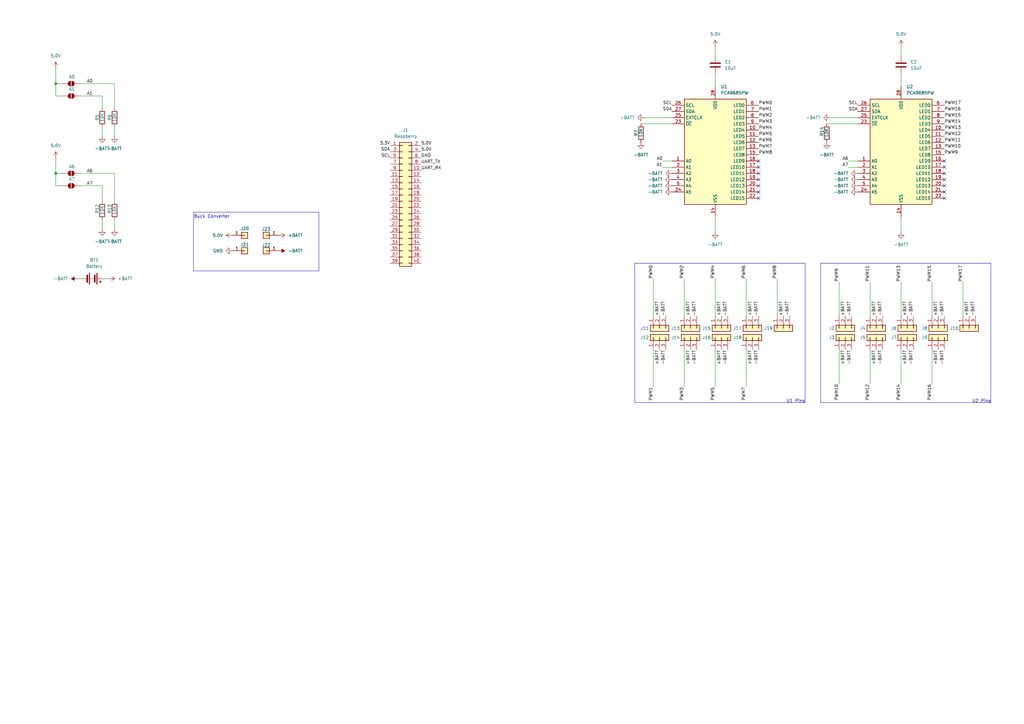
<source format=kicad_sch>
(kicad_sch (version 20231120) (generator "eeschema") (generator_version "8.0")
  (paper "A3")
  (lib_symbols
    (symbol "Conn_01x01_1" (pin_names (offset 1.016) hide)
      (property "Reference" "J" (at 0 2.54 0))
      (property "Value" "Conn_01x01" (at 0 -2.54 0))
      (symbol "Conn_01x01_1_1_1"
        (rectangle (start -1.27 0.127) (end 0 -0.127) (stroke (width 0.1524)))
        (rectangle (start -1.27 1.27) (end 1.27 -1.27) (stroke (width 0.254)) (fill (type background)))
        (pin passive line (at -5.08 0 0) (length 3.81) (name "Pin_1") (number "1"))
      )
    )
    (symbol "Conn_01x03_1" (pin_names (offset 1.016) hide)
      (property "Reference" "J" (at 0 5.08 0))
      (property "Value" "Conn_01x03" (at 0 -5.08 0))
      (symbol "Conn_01x03_1_1_1"
        (rectangle (start -1.27 -2.413) (end 0 -2.667) (stroke (width 0.1524)))
        (rectangle (start -1.27 0.127) (end 0 -0.127) (stroke (width 0.1524)))
        (rectangle (start -1.27 2.667) (end 0 2.413) (stroke (width 0.1524)))
        (rectangle (start -1.27 3.81) (end 1.27 -3.81) (stroke (width 0.254)) (fill (type background)))
        (pin passive line (at -5.08 2.54 0) (length 3.81) (name "Pin_1") (number "1"))
        (pin passive line (at -5.08 0 0) (length 3.81) (name "Pin_2") (number "2"))
        (pin passive line (at -5.08 -2.54 0) (length 3.81) (name "Pin_3") (number "3"))
      )
    )
    (symbol "Connector_Generic:Conn_01x01" (pin_names (offset 1.016) hide)
      (property "Reference" "J" (at 0 2.54 0))
      (property "Value" "Conn_01x01" (at 0 -2.54 0))
      (symbol "Conn_01x01_1_1"
        (rectangle (start -1.27 0.127) (end 0 -0.127) (stroke (width 0.1524)))
        (rectangle (start -1.27 1.27) (end 1.27 -1.27) (stroke (width 0.254)) (fill (type background)))
        (pin passive line (at -5.08 0 0) (length 3.81) (name "Pin_1") (number "1"))
      )
    )
    (symbol "Connector_Generic:Conn_01x03" (pin_names (offset 1.016) hide)
      (property "Reference" "J" (at 0 5.08 0))
      (property "Value" "Conn_01x03" (at 0 -5.08 0))
      (symbol "Conn_01x03_1_1"
        (rectangle (start -1.27 -2.413) (end 0 -2.667) (stroke (width 0.1524)))
        (rectangle (start -1.27 0.127) (end 0 -0.127) (stroke (width 0.1524)))
        (rectangle (start -1.27 2.667) (end 0 2.413) (stroke (width 0.1524)))
        (rectangle (start -1.27 3.81) (end 1.27 -3.81) (stroke (width 0.254)) (fill (type background)))
        (pin passive line (at -5.08 2.54 0) (length 3.81) (name "Pin_1") (number "1"))
        (pin passive line (at -5.08 0 0) (length 3.81) (name "Pin_2") (number "2"))
        (pin passive line (at -5.08 -2.54 0) (length 3.81) (name "Pin_3") (number "3"))
      )
    )
    (symbol "Connector_Generic:Conn_02x20_Odd_Even" (pin_names (offset 1.016) hide)
      (property "Reference" "J" (at 1.27 25.4 0))
      (property "Value" "Conn_02x20_Odd_Even" (at 1.27 -27.94 0))
      (symbol "Conn_02x20_Odd_Even_1_1"
        (rectangle (start -1.27 -25.273) (end 0 -25.527) (stroke (width 0.1524)))
        (rectangle (start -1.27 -22.733) (end 0 -22.987) (stroke (width 0.1524)))
        (rectangle (start -1.27 -20.193) (end 0 -20.447) (stroke (width 0.1524)))
        (rectangle (start -1.27 -17.653) (end 0 -17.907) (stroke (width 0.1524)))
        (rectangle (start -1.27 -15.113) (end 0 -15.367) (stroke (width 0.1524)))
        (rectangle (start -1.27 -12.573) (end 0 -12.827) (stroke (width 0.1524)))
        (rectangle (start -1.27 -10.033) (end 0 -10.287) (stroke (width 0.1524)))
        (rectangle (start -1.27 -7.493) (end 0 -7.747) (stroke (width 0.1524)))
        (rectangle (start -1.27 -4.953) (end 0 -5.207) (stroke (width 0.1524)))
        (rectangle (start -1.27 -2.413) (end 0 -2.667) (stroke (width 0.1524)))
        (rectangle (start -1.27 0.127) (end 0 -0.127) (stroke (width 0.1524)))
        (rectangle (start -1.27 2.667) (end 0 2.413) (stroke (width 0.1524)))
        (rectangle (start -1.27 5.207) (end 0 4.953) (stroke (width 0.1524)))
        (rectangle (start -1.27 7.747) (end 0 7.493) (stroke (width 0.1524)))
        (rectangle (start -1.27 10.287) (end 0 10.033) (stroke (width 0.1524)))
        (rectangle (start -1.27 12.827) (end 0 12.573) (stroke (width 0.1524)))
        (rectangle (start -1.27 15.367) (end 0 15.113) (stroke (width 0.1524)))
        (rectangle (start -1.27 17.907) (end 0 17.653) (stroke (width 0.1524)))
        (rectangle (start -1.27 20.447) (end 0 20.193) (stroke (width 0.1524)))
        (rectangle (start -1.27 22.987) (end 0 22.733) (stroke (width 0.1524)))
        (rectangle (start -1.27 24.13) (end 3.81 -26.67) (stroke (width 0.254)) (fill (type background)))
        (rectangle (start 3.81 -25.273) (end 2.54 -25.527) (stroke (width 0.1524)))
        (rectangle (start 3.81 -22.733) (end 2.54 -22.987) (stroke (width 0.1524)))
        (rectangle (start 3.81 -20.193) (end 2.54 -20.447) (stroke (width 0.1524)))
        (rectangle (start 3.81 -17.653) (end 2.54 -17.907) (stroke (width 0.1524)))
        (rectangle (start 3.81 -15.113) (end 2.54 -15.367) (stroke (width 0.1524)))
        (rectangle (start 3.81 -12.573) (end 2.54 -12.827) (stroke (width 0.1524)))
        (rectangle (start 3.81 -10.033) (end 2.54 -10.287) (stroke (width 0.1524)))
        (rectangle (start 3.81 -7.493) (end 2.54 -7.747) (stroke (width 0.1524)))
        (rectangle (start 3.81 -4.953) (end 2.54 -5.207) (stroke (width 0.1524)))
        (rectangle (start 3.81 -2.413) (end 2.54 -2.667) (stroke (width 0.1524)))
        (rectangle (start 3.81 0.127) (end 2.54 -0.127) (stroke (width 0.1524)))
        (rectangle (start 3.81 2.667) (end 2.54 2.413) (stroke (width 0.1524)))
        (rectangle (start 3.81 5.207) (end 2.54 4.953) (stroke (width 0.1524)))
        (rectangle (start 3.81 7.747) (end 2.54 7.493) (stroke (width 0.1524)))
        (rectangle (start 3.81 10.287) (end 2.54 10.033) (stroke (width 0.1524)))
        (rectangle (start 3.81 12.827) (end 2.54 12.573) (stroke (width 0.1524)))
        (rectangle (start 3.81 15.367) (end 2.54 15.113) (stroke (width 0.1524)))
        (rectangle (start 3.81 17.907) (end 2.54 17.653) (stroke (width 0.1524)))
        (rectangle (start 3.81 20.447) (end 2.54 20.193) (stroke (width 0.1524)))
        (rectangle (start 3.81 22.987) (end 2.54 22.733) (stroke (width 0.1524)))
        (pin passive line (at -5.08 22.86 0) (length 3.81) (name "Pin_1") (number "1"))
        (pin passive line (at 7.62 12.7 180) (length 3.81) (name "Pin_10") (number "10"))
        (pin passive line (at -5.08 10.16 0) (length 3.81) (name "Pin_11") (number "11"))
        (pin passive line (at 7.62 10.16 180) (length 3.81) (name "Pin_12") (number "12"))
        (pin passive line (at -5.08 7.62 0) (length 3.81) (name "Pin_13") (number "13"))
        (pin passive line (at 7.62 7.62 180) (length 3.81) (name "Pin_14") (number "14"))
        (pin passive line (at -5.08 5.08 0) (length 3.81) (name "Pin_15") (number "15"))
        (pin passive line (at 7.62 5.08 180) (length 3.81) (name "Pin_16") (number "16"))
        (pin passive line (at -5.08 2.54 0) (length 3.81) (name "Pin_17") (number "17"))
        (pin passive line (at 7.62 2.54 180) (length 3.81) (name "Pin_18") (number "18"))
        (pin passive line (at -5.08 0 0) (length 3.81) (name "Pin_19") (number "19"))
        (pin passive line (at 7.62 22.86 180) (length 3.81) (name "Pin_2") (number "2"))
        (pin passive line (at 7.62 0 180) (length 3.81) (name "Pin_20") (number "20"))
        (pin passive line (at -5.08 -2.54 0) (length 3.81) (name "Pin_21") (number "21"))
        (pin passive line (at 7.62 -2.54 180) (length 3.81) (name "Pin_22") (number "22"))
        (pin passive line (at -5.08 -5.08 0) (length 3.81) (name "Pin_23") (number "23"))
        (pin passive line (at 7.62 -5.08 180) (length 3.81) (name "Pin_24") (number "24"))
        (pin passive line (at -5.08 -7.62 0) (length 3.81) (name "Pin_25") (number "25"))
        (pin passive line (at 7.62 -7.62 180) (length 3.81) (name "Pin_26") (number "26"))
        (pin passive line (at -5.08 -10.16 0) (length 3.81) (name "Pin_27") (number "27"))
        (pin passive line (at 7.62 -10.16 180) (length 3.81) (name "Pin_28") (number "28"))
        (pin passive line (at -5.08 -12.7 0) (length 3.81) (name "Pin_29") (number "29"))
        (pin passive line (at -5.08 20.32 0) (length 3.81) (name "Pin_3") (number "3"))
        (pin passive line (at 7.62 -12.7 180) (length 3.81) (name "Pin_30") (number "30"))
        (pin passive line (at -5.08 -15.24 0) (length 3.81) (name "Pin_31") (number "31"))
        (pin passive line (at 7.62 -15.24 180) (length 3.81) (name "Pin_32") (number "32"))
        (pin passive line (at -5.08 -17.78 0) (length 3.81) (name "Pin_33") (number "33"))
        (pin passive line (at 7.62 -17.78 180) (length 3.81) (name "Pin_34") (number "34"))
        (pin passive line (at -5.08 -20.32 0) (length 3.81) (name "Pin_35") (number "35"))
        (pin passive line (at 7.62 -20.32 180) (length 3.81) (name "Pin_36") (number "36"))
        (pin passive line (at -5.08 -22.86 0) (length 3.81) (name "Pin_37") (number "37"))
        (pin passive line (at 7.62 -22.86 180) (length 3.81) (name "Pin_38") (number "38"))
        (pin passive line (at -5.08 -25.4 0) (length 3.81) (name "Pin_39") (number "39"))
        (pin passive line (at 7.62 20.32 180) (length 3.81) (name "Pin_4") (number "4"))
        (pin passive line (at 7.62 -25.4 180) (length 3.81) (name "Pin_40") (number "40"))
        (pin passive line (at -5.08 17.78 0) (length 3.81) (name "Pin_5") (number "5"))
        (pin passive line (at 7.62 17.78 180) (length 3.81) (name "Pin_6") (number "6"))
        (pin passive line (at -5.08 15.24 0) (length 3.81) (name "Pin_7") (number "7"))
        (pin passive line (at 7.62 15.24 180) (length 3.81) (name "Pin_8") (number "8"))
        (pin passive line (at -5.08 12.7 0) (length 3.81) (name "Pin_9") (number "9"))
      )
    )
    (symbol "Device:Battery" (pin_numbers hide) (pin_names (offset 0) hide)
      (property "Reference" "BT" (at 2.54 2.54 0))
      (property "Value" "Battery" (at 2.54 0 0))
      (symbol "Battery_0_1"
        (rectangle (start -2.286 -1.27) (end 2.286 -1.524) (fill (type outline)))
        (rectangle (start -2.286 1.778) (end 2.286 1.524) (fill (type outline)))
        (rectangle (start -1.524 -2.032) (end 1.524 -2.54) (fill (type outline)))
        (rectangle (start -1.524 1.016) (end 1.524 0.508) (fill (type outline)))
        (polyline (pts (xy 0 -1.016) (xy 0 -0.762)))
        (polyline (pts (xy 0 -0.508) (xy 0 -0.254)))
        (polyline (pts (xy 0 0) (xy 0 0.254)))
        (polyline (pts (xy 0 1.778) (xy 0 2.54)))
        (polyline (pts (xy 0.762 3.048) (xy 1.778 3.048)) (stroke (width 0.254)))
        (polyline (pts (xy 1.27 3.556) (xy 1.27 2.54)) (stroke (width 0.254)))
      )
      (symbol "Battery_1_1"
        (pin passive line (at 0 5.08 270) (length 2.54) (name "+") (number "1"))
        (pin passive line (at 0 -5.08 90) (length 2.54) (name "-") (number "2"))
      )
    )
    (symbol "Device:C" (pin_numbers hide) (pin_names (offset 0.254))
      (property "Reference" "C" (at 0.635 2.54 0))
      (property "Value" "C" (at 0.635 -2.54 0))
      (symbol "C_0_1"
        (polyline (pts (xy -2.032 -0.762) (xy 2.032 -0.762)) (stroke (width 0.508)))
        (polyline (pts (xy -2.032 0.762) (xy 2.032 0.762)) (stroke (width 0.508)))
      )
      (symbol "C_1_1"
        (pin passive line (at 0 3.81 270) (length 2.794) (name "~") (number "1"))
        (pin passive line (at 0 -3.81 90) (length 2.794) (name "~") (number "2"))
      )
    )
    (symbol "Device:R" (pin_numbers hide) (pin_names (offset 0))
      (property "Reference" "R" (at 2.032 0 90))
      (property "Value" "R" (at 0 0 90))
      (symbol "R_0_1"
        (rectangle (start -1.016 -2.54) (end 1.016 2.54) (stroke (width 0.254)))
      )
      (symbol "R_1_1"
        (pin passive line (at 0 3.81 270) (length 1.27) (name "~") (number "1"))
        (pin passive line (at 0 -3.81 90) (length 1.27) (name "~") (number "2"))
      )
    )
    (symbol "Driver_LED:PCA9685PW"
      (property "Reference" "U" (at -12.7 22.225 0))
      (property "Value" "PCA9685PW" (at 1.27 22.225 0))
      (symbol "PCA9685PW_0_1"
        (rectangle (start -12.7 20.32) (end 12.7 -22.86) (stroke (width 0.254)) (fill (type background)))
      )
      (symbol "PCA9685PW_1_1"
        (pin input line (at -17.78 -5.08 0) (length 5.08) (name "A0") (number "1"))
        (pin output line (at 17.78 7.62 180) (length 5.08) (name "LED4") (number "10"))
        (pin output line (at 17.78 5.08 180) (length 5.08) (name "LED5") (number "11"))
        (pin output line (at 17.78 2.54 180) (length 5.08) (name "LED6") (number "12"))
        (pin output line (at 17.78 0 180) (length 5.08) (name "LED7") (number "13"))
        (pin power_in line (at 0 -27.94 90) (length 5.08) (name "VSS") (number "14"))
        (pin output line (at 17.78 -2.54 180) (length 5.08) (name "LED8") (number "15"))
        (pin output line (at 17.78 -5.08 180) (length 5.08) (name "LED9") (number "16"))
        (pin output line (at 17.78 -7.62 180) (length 5.08) (name "LED10") (number "17"))
        (pin output line (at 17.78 -10.16 180) (length 5.08) (name "LED11") (number "18"))
        (pin output line (at 17.78 -12.7 180) (length 5.08) (name "LED12") (number "19"))
        (pin input line (at -17.78 -7.62 0) (length 5.08) (name "A1") (number "2"))
        (pin output line (at 17.78 -15.24 180) (length 5.08) (name "LED13") (number "20"))
        (pin output line (at 17.78 -17.78 180) (length 5.08) (name "LED14") (number "21"))
        (pin output line (at 17.78 -20.32 180) (length 5.08) (name "LED15") (number "22"))
        (pin input line (at -17.78 10.16 0) (length 5.08) (name "~{OE}") (number "23"))
        (pin input line (at -17.78 -17.78 0) (length 5.08) (name "A5") (number "24"))
        (pin input line (at -17.78 12.7 0) (length 5.08) (name "EXTCLK") (number "25"))
        (pin input line (at -17.78 17.78 0) (length 5.08) (name "SCL") (number "26"))
        (pin bidirectional line (at -17.78 15.24 0) (length 5.08) (name "SDA") (number "27"))
        (pin power_in line (at 0 25.4 270) (length 5.08) (name "VDD") (number "28"))
        (pin input line (at -17.78 -10.16 0) (length 5.08) (name "A2") (number "3"))
        (pin input line (at -17.78 -12.7 0) (length 5.08) (name "A3") (number "4"))
        (pin input line (at -17.78 -15.24 0) (length 5.08) (name "A4") (number "5"))
        (pin output line (at 17.78 17.78 180) (length 5.08) (name "LED0") (number "6"))
        (pin output line (at 17.78 15.24 180) (length 5.08) (name "LED1") (number "7"))
        (pin output line (at 17.78 12.7 180) (length 5.08) (name "LED2") (number "8"))
        (pin output line (at 17.78 10.16 180) (length 5.08) (name "LED3") (number "9"))
      )
    )
    (symbol "Jumper:SolderJumper_2_Open" (pin_numbers hide) (pin_names (offset 0) hide) (exclude_from_sim yes) (in_bom no)
      (property "Reference" "JP" (at 0 2.032 0))
      (property "Value" "SolderJumper_2_Open" (at 0 -2.54 0))
      (symbol "SolderJumper_2_Open_0_1"
        (arc (start -0.254 1.016) (mid -1.2656 0) (end -0.254 -1.016))
        (arc (start -0.254 1.016) (mid -1.2656 0) (end -0.254 -1.016) (fill (type outline)))
        (polyline (pts (xy -0.254 1.016) (xy -0.254 -1.016)))
        (polyline (pts (xy 0.254 1.016) (xy 0.254 -1.016)))
        (arc (start 0.254 -1.016) (mid 1.2656 0) (end 0.254 1.016))
        (arc (start 0.254 -1.016) (mid 1.2656 0) (end 0.254 1.016) (fill (type outline)))
      )
      (symbol "SolderJumper_2_Open_1_1"
        (pin passive line (at -3.81 0 0) (length 2.54) (name "A") (number "1"))
        (pin passive line (at 3.81 0 180) (length 2.54) (name "B") (number "2"))
      )
    )
    (symbol "power:+BATT" (power) (pin_numbers hide) (pin_names (offset 0) hide)
      (property "Value" "+BATT" (at 0 3.556 0))
      (symbol "+BATT_0_1"
        (polyline (pts (xy -0.762 1.27) (xy 0 2.54)))
        (polyline (pts (xy 0 0) (xy 0 2.54)))
        (polyline (pts (xy 0 2.54) (xy 0.762 1.27)))
      )
      (symbol "+BATT_1_1"
        (pin power_in line (at 0 0 90) (length 0) (name "~") (number "1"))
      )
    )
    (symbol "power:-BATT" (power) (pin_numbers hide) (pin_names (offset 0) hide)
      (property "Value" "-BATT" (at 0 3.556 0))
      (symbol "-BATT_0_1"
        (polyline (pts (xy 0 0) (xy 0 2.54)))
        (polyline (pts (xy 0.762 1.27) (xy -0.762 1.27) (xy 0 2.54) (xy 0.762 1.27)) (fill (type outline)))
      )
      (symbol "-BATT_1_1"
        (pin power_in line (at 0 0 90) (length 0) (name "~") (number "1"))
      )
    )
    (symbol "power:GND" (power) (pin_numbers hide) (pin_names (offset 0) hide)
      (property "Value" "GND" (at 0 -3.81 0))
      (symbol "GND_0_1"
        (polyline (pts (xy 0 0) (xy 0 -1.27) (xy 1.27 -1.27) (xy 0 -2.54) (xy -1.27 -1.27) (xy 0 -1.27)))
      )
      (symbol "GND_1_1"
        (pin power_in line (at 0 0 270) (length 0) (name "~") (number "1"))
      )
    )
    (symbol "power:VCC" (power) (pin_numbers hide) (pin_names (offset 0) hide)
      (property "Value" "VCC" (at 0 3.556 0))
      (symbol "VCC_0_1"
        (polyline (pts (xy -0.762 1.27) (xy 0 2.54)))
        (polyline (pts (xy 0 0) (xy 0 2.54)))
        (polyline (pts (xy 0 2.54) (xy 0.762 1.27)))
      )
      (symbol "VCC_1_1"
        (pin power_in line (at 0 0 90) (length 0) (name "~") (number "1"))
      )
    )
  )
  (junction (at 22.86 34.29))
  (junction (at 22.86 71.12))
  (no_connect (at 311.15 68.58))
  (no_connect (at 387.35 71.12))
  (no_connect (at 387.35 78.74))
  (no_connect (at 387.35 73.66))
  (no_connect (at 311.15 76.2))
  (no_connect (at 387.35 76.2))
  (no_connect (at 311.15 81.28))
  (no_connect (at 311.15 73.66))
  (no_connect (at 311.15 71.12))
  (no_connect (at 387.35 81.28))
  (no_connect (at 311.15 66.04))
  (no_connect (at 387.35 68.58))
  (no_connect (at 311.15 78.74))
  (no_connect (at 387.35 66.04))
  (wire (pts (xy 382.27 115.57) (xy 382.27 129.54)))
  (wire (pts (xy 41.91 39.37) (xy 41.91 44.45)))
  (wire (pts (xy 340.36 48.26) (xy 351.79 48.26)))
  (wire (pts (xy 22.86 39.37) (xy 25.4 39.37)))
  (wire (pts (xy 264.16 48.26) (xy 275.59 48.26)))
  (wire (pts (xy 31.75 114.3) (xy 33.02 114.3)))
  (wire (pts (xy 22.86 76.2) (xy 25.4 76.2)))
  (wire (pts (xy 369.57 22.86) (xy 369.57 19.05)))
  (wire (pts (xy 347.98 68.58) (xy 351.79 68.58)))
  (wire (pts (xy 356.87 143.51) (xy 356.87 157.48)))
  (wire (pts (xy 344.17 143.51) (xy 344.17 157.48)))
  (wire (pts (xy 293.37 22.86) (xy 293.37 19.05)))
  (wire (pts (xy 22.86 71.12) (xy 22.86 76.2)))
  (wire (pts (xy 306.07 143.51) (xy 306.07 158.75)))
  (wire (pts (xy 369.57 115.57) (xy 369.57 129.54)))
  (wire (pts (xy 280.67 143.51) (xy 280.67 158.75)))
  (wire (pts (xy 267.97 143.51) (xy 267.97 158.75)))
  (wire (pts (xy 262.89 50.8) (xy 275.59 50.8)))
  (wire (pts (xy 41.91 93.98) (xy 41.91 90.17)))
  (wire (pts (xy 293.37 114.3) (xy 293.37 129.54)))
  (wire (pts (xy 356.87 115.57) (xy 356.87 129.54)))
  (wire (pts (xy 46.99 71.12) (xy 46.99 82.55)))
  (wire (pts (xy 369.57 143.51) (xy 369.57 157.48)))
  (wire (pts (xy 271.78 68.58) (xy 275.59 68.58)))
  (wire (pts (xy 267.97 114.3) (xy 267.97 129.54)))
  (wire (pts (xy 306.07 114.3) (xy 306.07 129.54)))
  (wire (pts (xy 46.99 55.88) (xy 46.99 52.07)))
  (wire (pts (xy 46.99 34.29) (xy 46.99 44.45)))
  (wire (pts (xy 394.97 115.57) (xy 394.97 129.54)))
  (wire (pts (xy 33.02 71.12) (xy 46.99 71.12)))
  (wire (pts (xy 369.57 30.48) (xy 369.57 35.56)))
  (wire (pts (xy 339.09 50.8) (xy 351.79 50.8)))
  (wire (pts (xy 344.17 115.57) (xy 344.17 129.54)))
  (wire (pts (xy 280.67 114.3) (xy 280.67 129.54)))
  (wire (pts (xy 33.02 39.37) (xy 41.91 39.37)))
  (wire (pts (xy 46.99 93.98) (xy 46.99 90.17)))
  (wire (pts (xy 318.77 114.3) (xy 318.77 129.54)))
  (wire (pts (xy 271.78 66.04) (xy 275.59 66.04)))
  (wire (pts (xy 33.02 34.29) (xy 46.99 34.29)))
  (wire (pts (xy 33.02 76.2) (xy 41.91 76.2)))
  (wire (pts (xy 22.86 71.12) (xy 25.4 71.12)))
  (wire (pts (xy 293.37 88.9) (xy 293.37 95.25)))
  (wire (pts (xy 293.37 30.48) (xy 293.37 35.56)))
  (wire (pts (xy 22.86 64.77) (xy 22.86 71.12)))
  (wire (pts (xy 22.86 34.29) (xy 22.86 39.37)))
  (wire (pts (xy 369.57 88.9) (xy 369.57 95.25)))
  (wire (pts (xy 382.27 143.51) (xy 382.27 157.48)))
  (wire (pts (xy 293.37 143.51) (xy 293.37 158.75)))
  (wire (pts (xy 41.91 76.2) (xy 41.91 82.55)))
  (wire (pts (xy 43.18 114.3) (xy 44.45 114.3)))
  (wire (pts (xy 347.98 66.04) (xy 351.79 66.04)))
  (wire (pts (xy 22.86 27.94) (xy 22.86 34.29)))
  (wire (pts (xy 41.91 55.88) (xy 41.91 52.07)))
  (wire (pts (xy 22.86 34.29) (xy 25.4 34.29)))
  (rectangle (start 260.35 107.95) (end 330.2 165.1))
  (rectangle (start 336.55 107.95) (end 406.4 165.1))
  (rectangle (start 79.375 86.995) (end 130.81 111.125))
  (text "U2 Pins" (at 402.59 164.592 0) (effects (font (size 1.27 1.27))))
  (text "Buck Converter\n" (at 86.868 88.9 0) (effects (font (size 1.27 1.27))))
  (text "U1 Pins" (at 326.39 164.592 0) (effects (font (size 1.27 1.27))))
  (label "PWM1" (at 311.15 45.72 0))
  (label "PWM2" (at 311.15 48.26 0))
  (label "+BATT" (at 359.41 129.54 90))
  (label "-BATT" (at 273.05 129.54 90))
  (label "PWM12" (at 356.87 157.48 270))
  (label "-BATT" (at 387.35 129.54 90))
  (label "-BATT" (at 285.75 143.51 270))
  (label "+BATT" (at 384.81 143.51 270))
  (label "PWM9" (at 344.17 115.57 90))
  (label "PWM14" (at 387.35 50.8 0))
  (label "PWM5" (at 293.37 158.75 270))
  (label "+BATT" (at 372.11 129.54 90))
  (label "5.0V" (at 172.72 62.23 0))
  (label "+BATT" (at 346.71 129.54 90))
  (label "5.0V" (at 172.72 59.69 0))
  (label "A6" (at 35.56 71.12 0))
  (label "PWM2" (at 280.67 114.3 90))
  (label "PWM13" (at 369.57 115.57 90))
  (label "PWM11" (at 387.35 58.42 0))
  (label "UART_RX" (at 172.72 69.85 0))
  (label "PWM6" (at 311.15 58.42 0))
  (label "-BATT" (at 349.25 143.51 270))
  (label "A7" (at 35.56 76.2 0))
  (label "+BATT" (at 295.91 143.51 270))
  (label "-BATT" (at 374.65 129.54 90))
  (label "+BATT" (at 295.91 129.54 90))
  (label "PWM8" (at 318.77 114.3 90))
  (label "PWM14" (at 369.57 157.48 270))
  (label "-BATT" (at 298.45 143.51 270))
  (label "-BATT" (at 361.95 129.54 90))
  (label "A0" (at 35.56 34.29 0))
  (label "PWM13" (at 387.35 53.34 0))
  (label "+BATT" (at 270.51 129.54 90))
  (label "PWM0" (at 311.15 43.18 0))
  (label "-BATT" (at 400.05 129.54 90))
  (label "PWM12" (at 387.35 55.88 0))
  (label "+BATT" (at 372.11 143.51 270))
  (label "SDA" (at 160.02 62.23 180))
  (label "PWM10" (at 344.17 157.48 270))
  (label "-BATT" (at 311.15 143.51 270))
  (label "A6" (at 347.98 66.04 180))
  (label "A1" (at 35.56 39.37 0))
  (label "SCL" (at 351.79 43.18 180))
  (label "GND" (at 172.72 64.77 0))
  (label "PWM3" (at 311.15 50.8 0))
  (label "+BATT" (at 283.21 143.51 270))
  (label "-BATT" (at 273.05 143.51 270))
  (label "PWM11" (at 356.87 115.57 90))
  (label "+BATT" (at 270.51 143.51 270))
  (label "PWM15" (at 387.35 48.26 0))
  (label "+BATT" (at 321.31 129.54 90))
  (label "-BATT" (at 285.75 129.54 90))
  (label "+BATT" (at 308.61 129.54 90))
  (label "-BATT" (at 374.65 143.51 270))
  (label "SCL" (at 160.02 64.77 180))
  (label "-BATT" (at 387.35 143.51 270))
  (label "PWM10" (at 387.35 60.96 0))
  (label "PWM0" (at 267.97 114.3 90))
  (label "PWM16" (at 382.27 157.48 270))
  (label "PWM8" (at 311.15 63.5 0))
  (label "PWM16" (at 387.35 45.72 0))
  (label "-BATT" (at 349.25 129.54 90))
  (label "SCL" (at 275.59 43.18 180))
  (label "A0" (at 271.78 66.04 180))
  (label "A7" (at 347.98 68.58 180))
  (label "PWM7" (at 306.07 158.75 270))
  (label "SDA" (at 351.79 45.72 180))
  (label "+BATT" (at 283.21 129.54 90))
  (label "+BATT" (at 397.51 129.54 90))
  (label "PWM15" (at 382.27 115.57 90))
  (label "+BATT" (at 384.81 129.54 90))
  (label "3.3V" (at 160.02 59.69 180))
  (label "PWM4" (at 293.37 114.3 90))
  (label "PWM7" (at 311.15 60.96 0))
  (label "PWM1" (at 267.97 158.75 270))
  (label "SDA" (at 275.59 45.72 180))
  (label "+BATT" (at 308.61 143.51 270))
  (label "PWM5" (at 311.15 55.88 0))
  (label "PWM4" (at 311.15 53.34 0))
  (label "+BATT" (at 346.71 143.51 270))
  (label "+BATT" (at 359.41 143.51 270))
  (label "A1" (at 271.78 68.58 180))
  (label "PWM17" (at 387.35 43.18 0))
  (label "-BATT" (at 298.45 129.54 90))
  (label "PWM6" (at 306.07 114.3 90))
  (label "-BATT" (at 323.85 129.54 90))
  (label "UART_TX" (at 172.72 67.31 0))
  (label "PWM17" (at 394.97 115.57 90))
  (label "-BATT" (at 361.95 143.51 270))
  (label "-BATT" (at 311.15 129.54 90))
  (label "PWM3" (at 280.67 158.75 270))
  (label "PWM9" (at 387.35 63.5 0))
  (symbol (lib_id "Connector_Generic:Conn_01x01") (at 109.22 102.87 180) (unit 1)
    (property "Reference" "J22" (at 110.998 100.584 0) (effects (justify left)))
    (property "Footprint" "Connector_PinHeader_2.54mm:PinHeader_1x01_P2.54mm_Vertical" (effects (hide yes)))
    (property "Description" "Generic connector, single row, 01x01, script generated (kicad-library-utils/schlib/autogen/connector/)" (effects (hide yes)))
  )
  (symbol (lib_id "Driver_LED:PCA9685PW") (at 293.37 60.96 0) (unit 1)
    (property "Reference" "U1" (at 295.5641 35.56 0) (effects (justify left)))
    (property "Value" "PCA9685PW" (at 295.5641 38.1 0) (effects (justify left)))
    (property "Footprint" "Package_SO:TSSOP-28_4.4x9.7mm_P0.65mm" (effects (hide yes)))
    (property "Datasheet" "http://www.nxp.com/docs/en/data-sheet/PCA9685.pdf" (effects (hide yes)))
    (property "Description" "16-channel 12-bit PWM Fm+ I2C-bus LED controller RGBA TSSOP" (effects (hide yes)))
  )
  (symbol (lib_id "Connector_Generic:Conn_01x03") (at 397.51 134.62 90) (mirror x) (unit 1)
    (property "Reference" "J10" (at 393.192 134.62 90) (effects (justify left)))
    (property "Footprint" "Connector_PinHeader_2.54mm:PinHeader_1x03_P2.54mm_Vertical" (effects (hide yes)))
    (property "Description" "Generic connector, single row, 01x03, script generated (kicad-library-utils/schlib/autogen/connector/)" (effects (hide yes)))
  )
  (symbol (lib_id "Device:C") (at 369.57 26.67 0) (unit 1)
    (property "Reference" "C2" (at 373.38 25.3999 0) (effects (justify left)))
    (property "Value" "10uF" (at 373.38 27.9399 0) (effects (justify left)))
    (property "Footprint" "Capacitor_SMD:C_0805_2012Metric" (effects (hide yes)))
    (property "Description" "Unpolarized capacitor" (effects (hide yes)))
  )
  (symbol (lib_id "Connector_Generic:Conn_01x03") (at 270.51 138.43 90) (unit 1)
    (property "Reference" "J12" (at 266.192 138.43 90) (effects (justify left)))
    (property "Footprint" "Connector_PinHeader_2.54mm:PinHeader_1x03_P2.54mm_Vertical" (effects (hide yes)))
    (property "Description" "Generic connector, single row, 01x03, script generated (kicad-library-utils/schlib/autogen/connector/)" (effects (hide yes)))
  )
  (symbol (lib_id "Connector_Generic:Conn_01x03") (at 384.81 134.62 90) (mirror x) (unit 1)
    (property "Reference" "J8" (at 380.492 134.62 90) (effects (justify left)))
    (property "Footprint" "Connector_PinHeader_2.54mm:PinHeader_1x03_P2.54mm_Vertical" (effects (hide yes)))
    (property "Description" "Generic connector, single row, 01x03, script generated (kicad-library-utils/schlib/autogen/connector/)" (effects (hide yes)))
  )
  (symbol (lib_id "power:GND") (at 41.91 55.88 0) (unit 1)
    (property "Reference" "#PWR010" (effects (hide yes)))
    (property "Value" "-BATT" (at 41.91 60.96 0))
    (property "Description" "Power symbol creates a global label with name \"GND\" , ground" (effects (hide yes)))
  )
  (symbol (lib_id "Connector_Generic:Conn_01x03") (at 384.81 138.43 90) (unit 1)
    (property "Reference" "J9" (at 380.492 138.43 90) (effects (justify left)))
    (property "Footprint" "Connector_PinHeader_2.54mm:PinHeader_1x03_P2.54mm_Vertical" (effects (hide yes)))
    (property "Description" "Generic connector, single row, 01x03, script generated (kicad-library-utils/schlib/autogen/connector/)" (effects (hide yes)))
  )
  (symbol (lib_id "Connector_Generic:Conn_01x03") (at 372.11 138.43 90) (unit 1)
    (property "Reference" "J7" (at 367.792 138.43 90) (effects (justify left)))
    (property "Footprint" "Connector_PinHeader_2.54mm:PinHeader_1x03_P2.54mm_Vertical" (effects (hide yes)))
    (property "Description" "Generic connector, single row, 01x03, script generated (kicad-library-utils/schlib/autogen/connector/)" (effects (hide yes)))
  )
  (symbol (lib_id "Device:R") (at 262.89 54.61 0) (unit 1)
    (property "Reference" "R7" (at 260.858 55.88 90) (effects (justify left)))
    (property "Value" "10K" (at 262.89 56.388 90) (effects (justify left)))
    (property "Description" "Resistor" (effects (hide yes)))
  )
  (symbol (lib_id "Connector_Generic:Conn_01x03") (at 283.21 138.43 90) (unit 1)
    (property "Reference" "J14" (at 278.892 138.43 90) (effects (justify left)))
    (property "Footprint" "Connector_PinHeader_2.54mm:PinHeader_1x03_P2.54mm_Vertical" (effects (hide yes)))
    (property "Description" "Generic connector, single row, 01x03, script generated (kicad-library-utils/schlib/autogen/connector/)" (effects (hide yes)))
  )
  (symbol (lib_id "Connector_Generic:Conn_01x03") (at 295.91 138.43 90) (unit 1)
    (property "Reference" "J16" (at 291.592 138.43 90) (effects (justify left)))
    (property "Footprint" "Connector_PinHeader_2.54mm:PinHeader_1x03_P2.54mm_Vertical" (effects (hide yes)))
    (property "Description" "Generic connector, single row, 01x03, script generated (kicad-library-utils/schlib/autogen/connector/)" (effects (hide yes)))
  )
  (symbol (lib_id "Device:R") (at 41.91 48.26 0) (unit 1)
    (property "Reference" "R5" (at 39.878 49.53 90) (effects (justify left)))
    (property "Value" "10K" (at 41.91 50.038 90) (effects (justify left)))
    (property "Footprint" "digikey-footprints:0603" (effects (hide yes)))
    (property "Description" "Resistor" (effects (hide yes)))
  )
  (symbol (lib_id "power:VCC") (at 22.86 27.94 0) (mirror y) (unit 1)
    (property "Reference" "#PWR05" (effects (hide yes)))
    (property "Value" "5.0V" (at 22.86 22.86 0))
    (property "Description" "Power symbol creates a global label with name \"VCC\"" (effects (hide yes)))
  )
  (symbol (lib_id "Device:R") (at 41.91 86.36 0) (unit 1)
    (property "Reference" "R12" (at 39.878 87.63 90) (effects (justify left)))
    (property "Value" "10K" (at 41.91 88.138 90) (effects (justify left)))
    (property "Description" "Resistor" (effects (hide yes)))
  )
  (symbol (lib_id "power:GND") (at 46.99 55.88 0) (unit 1)
    (property "Reference" "#PWR011" (effects (hide yes)))
    (property "Value" "-BATT" (at 46.99 60.96 0))
    (property "Description" "Power symbol creates a global label with name \"GND\" , ground" (effects (hide yes)))
  )
  (symbol (lib_id "Device:R") (at 46.99 48.26 0) (unit 1)
    (property "Reference" "R6" (at 44.958 49.53 90) (effects (justify left)))
    (property "Value" "10K" (at 46.99 50.038 90) (effects (justify left)))
    (property "Footprint" "digikey-footprints:0603" (effects (hide yes)))
    (property "Description" "Resistor" (effects (hide yes)))
  )
  (symbol (lib_id "power:GND") (at 275.59 71.12 270) (unit 1)
    (property "Reference" "#PWR014" (effects (hide yes)))
    (property "Value" "-BATT" (at 271.78 71.1199 90) (effects (justify right)))
    (property "Description" "Power symbol creates a global label with name \"GND\" , ground" (effects (hide yes)))
  )
  (symbol (lib_id "Connector_Generic:Conn_01x03") (at 295.91 134.62 90) (mirror x) (unit 1)
    (property "Reference" "J15" (at 291.592 134.62 90) (effects (justify left)))
    (property "Footprint" "Connector_PinHeader_2.54mm:PinHeader_1x03_P2.54mm_Vertical" (effects (hide yes)))
    (property "Description" "Generic connector, single row, 01x03, script generated (kicad-library-utils/schlib/autogen/connector/)" (effects (hide yes)))
  )
  (symbol (lib_id "power:GND") (at 351.79 71.12 270) (unit 1)
    (property "Reference" "#PWR024" (effects (hide yes)))
    (property "Value" "-BATT" (at 347.98 71.1199 90) (effects (justify right)))
    (property "Description" "Power symbol creates a global label with name \"GND\" , ground" (effects (hide yes)))
  )
  (symbol (lib_id "Connector_Generic:Conn_01x03") (at 308.61 138.43 90) (unit 1)
    (property "Reference" "J18" (at 304.292 138.43 90) (effects (justify left)))
    (property "Footprint" "Connector_PinHeader_2.54mm:PinHeader_1x03_P2.54mm_Vertical" (effects (hide yes)))
    (property "Description" "Generic connector, single row, 01x03, script generated (kicad-library-utils/schlib/autogen/connector/)" (effects (hide yes)))
  )
  (symbol (lib_id "power:GND") (at 339.09 58.42 0) (unit 1)
    (property "Reference" "#PWR021" (effects (hide yes)))
    (property "Value" "-BATT" (at 339.09 63.5 0))
    (property "Description" "Power symbol creates a global label with name \"GND\" , ground" (effects (hide yes)))
  )
  (symbol (lib_id "power:GND") (at 275.59 78.74 270) (unit 1)
    (property "Reference" "#PWR08" (effects (hide yes)))
    (property "Value" "-BATT" (at 271.78 78.7399 90) (effects (justify right)))
    (property "Description" "Power symbol creates a global label with name \"GND\" , ground" (effects (hide yes)))
  )
  (symbol (lib_id "Connector_Generic:Conn_01x03") (at 346.71 138.43 90) (unit 1)
    (property "Reference" "J3" (at 342.392 138.43 90) (effects (justify left)))
    (property "Footprint" "Connector_PinHeader_2.54mm:PinHeader_1x03_P2.54mm_Vertical" (effects (hide yes)))
    (property "Description" "Generic connector, single row, 01x03, script generated (kicad-library-utils/schlib/autogen/connector/)" (effects (hide yes)))
  )
  (symbol (lib_id "power:GND") (at 351.79 73.66 270) (unit 1)
    (property "Reference" "#PWR023" (effects (hide yes)))
    (property "Value" "-BATT" (at 347.98 73.6599 90) (effects (justify right)))
    (property "Description" "Power symbol creates a global label with name \"GND\" , ground" (effects (hide yes)))
  )
  (symbol (lib_id "power:GND") (at 369.57 95.25 0) (unit 1)
    (property "Reference" "#PWR022" (effects (hide yes)))
    (property "Value" "-BATT" (at 369.57 100.33 0))
    (property "Description" "Power symbol creates a global label with name \"GND\" , ground" (effects (hide yes)))
  )
  (symbol (lib_id "Jumper:SolderJumper_2_Open") (at 29.21 34.29 0) (unit 1) (exclude_from_sim yes) (in_bom no)
    (property "Reference" "A0" (at 29.464 31.496 0))
    (property "Footprint" "Jumper:SolderJumper-2_P1.3mm_Open_Pad1.0x1.5mm" (effects (hide yes)))
    (property "Description" "Solder Jumper, 2-pole, open" (effects (hide yes)))
  )
  (symbol (lib_id "Connector_Generic:Conn_01x03") (at 359.41 134.62 90) (mirror x) (unit 1)
    (property "Reference" "J4" (at 355.092 134.62 90) (effects (justify left)))
    (property "Footprint" "Connector_PinHeader_2.54mm:PinHeader_1x03_P2.54mm_Vertical" (effects (hide yes)))
    (property "Description" "Generic connector, single row, 01x03, script generated (kicad-library-utils/schlib/autogen/connector/)" (effects (hide yes)))
  )
  (symbol (lib_id "power:GND") (at 46.99 93.98 0) (unit 1)
    (property "Reference" "#PWR018" (effects (hide yes)))
    (property "Value" "-BATT" (at 46.99 99.06 0))
    (property "Description" "Power symbol creates a global label with name \"GND\" , ground" (effects (hide yes)))
  )
  (symbol (lib_id "power:GND") (at 340.36 48.26 270) (unit 1)
    (property "Reference" "#PWR020" (effects (hide yes)))
    (property "Value" "-BATT" (at 336.55 48.2599 90) (effects (justify right)))
    (property "Description" "Power symbol creates a global label with name \"GND\" , ground" (effects (hide yes)))
  )
  (symbol (lib_id "Connector_Generic:Conn_01x03") (at 321.31 134.62 90) (mirror x) (unit 1)
    (property "Reference" "J19" (at 316.992 134.62 90) (effects (justify left)))
    (property "Footprint" "Connector_PinHeader_2.54mm:PinHeader_1x03_P2.54mm_Vertical" (effects (hide yes)))
    (property "Description" "Generic connector, single row, 01x03, script generated (kicad-library-utils/schlib/autogen/connector/)" (effects (hide yes)))
  )
  (symbol (lib_id "Jumper:SolderJumper_2_Open") (at 29.21 76.2 0) (unit 1) (exclude_from_sim yes) (in_bom no)
    (property "Reference" "A7" (at 29.464 73.406 0))
    (property "Footprint" "Jumper:SolderJumper-2_P1.3mm_Open_Pad1.0x1.5mm" (effects (hide yes)))
    (property "Description" "Solder Jumper, 2-pole, open" (effects (hide yes)))
  )
  (symbol (lib_id "power:VCC") (at 293.37 19.05 0) (unit 1)
    (property "Reference" "#PWR03" (effects (hide yes)))
    (property "Value" "5.0V" (at 293.37 13.97 0))
    (property "Description" "Power symbol creates a global label with name \"VCC\"" (effects (hide yes)))
  )
  (symbol (lib_name "Conn_01x03_1") (lib_id "Connector_Generic:Conn_01x03") (at 359.41 138.43 90) (unit 1)
    (property "Reference" "J5" (at 355.092 138.43 90) (effects (justify left)))
    (property "Footprint" "Connector_PinHeader_2.54mm:PinHeader_1x03_P2.54mm_Vertical" (effects (hide yes)))
    (property "Description" "Generic connector, single row, 01x03, script generated (kicad-library-utils/schlib/autogen/connector/)" (effects (hide yes)))
  )
  (symbol (lib_id "power:+BATT") (at 114.3 96.52 270) (unit 1)
    (property "Reference" "#PWR027" (effects (hide yes)))
    (property "Value" "+BATT" (at 118.11 96.5199 90) (effects (justify left)))
    (property "Description" "Power symbol creates a global label with name \"+BATT\"" (effects (hide yes)))
  )
  (symbol (lib_id "Connector_Generic:Conn_01x03") (at 308.61 134.62 90) (mirror x) (unit 1)
    (property "Reference" "J17" (at 304.292 134.62 90) (effects (justify left)))
    (property "Footprint" "Connector_PinHeader_2.54mm:PinHeader_1x03_P2.54mm_Vertical" (effects (hide yes)))
    (property "Description" "Generic connector, single row, 01x03, script generated (kicad-library-utils/schlib/autogen/connector/)" (effects (hide yes)))
  )
  (symbol (lib_id "Device:C") (at 293.37 26.67 0) (unit 1)
    (property "Reference" "C1" (at 297.18 25.3999 0) (effects (justify left)))
    (property "Value" "10uF" (at 297.18 27.9399 0) (effects (justify left)))
    (property "Footprint" "Capacitor_SMD:C_0805_2012Metric" (effects (hide yes)))
    (property "Description" "Unpolarized capacitor" (effects (hide yes)))
  )
  (symbol (lib_id "power:GND") (at 95.25 102.87 270) (unit 1)
    (property "Reference" "#PWR026" (effects (hide yes)))
    (property "Value" "GND" (at 91.44 102.8699 90) (effects (justify right)))
    (property "Description" "Power symbol creates a global label with name \"GND\" , ground" (effects (hide yes)))
  )
  (symbol (lib_id "power:GND") (at 264.16 48.26 270) (unit 1)
    (property "Reference" "#PWR01" (effects (hide yes)))
    (property "Value" "-BATT" (at 260.35 48.2599 90) (effects (justify right)))
    (property "Description" "Power symbol creates a global label with name \"GND\" , ground" (effects (hide yes)))
  )
  (symbol (lib_id "power:-BATT") (at 31.75 114.3 90) (unit 1)
    (property "Reference" "#PWR07" (effects (hide yes)))
    (property "Value" "-BATT" (at 27.94 114.2999 90) (effects (justify left)))
    (property "Description" "Power symbol creates a global label with name \"-BATT\"" (effects (hide yes)))
  )
  (symbol (lib_id "Driver_LED:PCA9685PW") (at 369.57 60.96 0) (unit 1)
    (property "Reference" "U2" (at 371.7641 35.56 0) (effects (justify left)))
    (property "Value" "PCA9685PW" (at 371.7641 38.1 0) (effects (justify left)))
    (property "Footprint" "Package_SO:TSSOP-28_4.4x9.7mm_P0.65mm" (effects (hide yes)))
    (property "Datasheet" "http://www.nxp.com/docs/en/data-sheet/PCA9685.pdf" (effects (hide yes)))
    (property "Description" "16-channel 12-bit PWM Fm+ I2C-bus LED controller RGBA TSSOP" (effects (hide yes)))
  )
  (symbol (lib_id "Device:R") (at 46.99 86.36 0) (unit 1)
    (property "Reference" "R13" (at 44.958 87.63 90) (effects (justify left)))
    (property "Value" "10K" (at 46.99 88.138 90) (effects (justify left)))
    (property "Description" "Resistor" (effects (hide yes)))
  )
  (symbol (lib_id "Device:Battery") (at 38.1 114.3 270) (unit 1)
    (property "Reference" "BT1" (at 38.6715 106.68 90))
    (property "Value" "Battery" (at 38.6715 109.22 90))
    (property "Footprint" "TerminalBlock:TerminalBlock_Xinya_XY308-2.54-2P_1x02_P2.54mm_Horizontal" (effects (hide yes)))
    (property "Description" "Multiple-cell battery" (effects (hide yes)))
  )
  (symbol (lib_name "Conn_01x01_1") (lib_id "Connector_Generic:Conn_01x01") (at 109.22 96.52 180) (unit 1)
    (property "Reference" "J23" (at 110.998 93.98 0) (effects (justify left)))
    (property "Footprint" "Connector_PinHeader_2.54mm:PinHeader_1x01_P2.54mm_Vertical" (effects (hide yes)))
    (property "Description" "Generic connector, single row, 01x01, script generated (kicad-library-utils/schlib/autogen/connector/)" (effects (hide yes)))
  )
  (symbol (lib_id "Connector_Generic:Conn_01x03") (at 372.11 134.62 90) (mirror x) (unit 1)
    (property "Reference" "J6" (at 367.792 134.62 90) (effects (justify left)))
    (property "Footprint" "Connector_PinHeader_2.54mm:PinHeader_1x03_P2.54mm_Vertical" (effects (hide yes)))
    (property "Description" "Generic connector, single row, 01x03, script generated (kicad-library-utils/schlib/autogen/connector/)" (effects (hide yes)))
  )
  (symbol (lib_id "power:GND") (at 293.37 95.25 0) (unit 1)
    (property "Reference" "#PWR04" (effects (hide yes)))
    (property "Value" "-BATT" (at 293.37 100.33 0))
    (property "Description" "Power symbol creates a global label with name \"GND\" , ground" (effects (hide yes)))
  )
  (symbol (lib_id "Jumper:SolderJumper_2_Open") (at 29.21 39.37 0) (unit 1) (exclude_from_sim yes) (in_bom no)
    (property "Reference" "A1" (at 29.464 36.576 0))
    (property "Footprint" "Jumper:SolderJumper-2_P1.3mm_Open_Pad1.0x1.5mm" (effects (hide yes)))
    (property "Description" "Solder Jumper, 2-pole, open" (effects (hide yes)))
  )
  (symbol (lib_id "power:GND") (at 41.91 93.98 0) (unit 1)
    (property "Reference" "#PWR017" (effects (hide yes)))
    (property "Value" "-BATT" (at 41.91 99.06 0))
    (property "Description" "Power symbol creates a global label with name \"GND\" , ground" (effects (hide yes)))
  )
  (symbol (lib_id "Connector_Generic:Conn_01x03") (at 270.51 134.62 90) (mirror x) (unit 1)
    (property "Reference" "J11" (at 266.192 134.62 90) (effects (justify left)))
    (property "Footprint" "Connector_PinHeader_2.54mm:PinHeader_1x03_P2.54mm_Vertical" (effects (hide yes)))
    (property "Description" "Generic connector, single row, 01x03, script generated (kicad-library-utils/schlib/autogen/connector/)" (effects (hide yes)))
  )
  (symbol (lib_id "Jumper:SolderJumper_2_Open") (at 29.21 71.12 0) (unit 1) (exclude_from_sim yes) (in_bom no)
    (property "Reference" "A6" (at 29.464 68.326 0))
    (property "Footprint" "Jumper:SolderJumper-2_P1.3mm_Open_Pad1.0x1.5mm" (effects (hide yes)))
    (property "Description" "Solder Jumper, 2-pole, open" (effects (hide yes)))
  )
  (symbol (lib_id "Connector_Generic:Conn_02x20_Odd_Even") (at 165.1 82.55 0) (unit 1)
    (property "Reference" "J1" (at 166.37 53.34 0))
    (property "Value" "Raspberry" (at 166.37 55.88 0))
    (property "Footprint" "Connector_PinSocket_2.54mm:PinSocket_2x20_P2.54mm_Vertical" (effects (hide yes)))
    (property "Description" "Generic connector, double row, 02x20, odd/even pin numbering scheme (row 1 odd numbers, row 2 even numbers), script generated (kicad-library-utils/schlib/autogen/connector/)" (effects (hide yes)))
  )
  (symbol (lib_id "power:GND") (at 275.59 76.2 270) (unit 1)
    (property "Reference" "#PWR09" (effects (hide yes)))
    (property "Value" "-BATT" (at 271.78 76.1999 90) (effects (justify right)))
    (property "Description" "Power symbol creates a global label with name \"GND\" , ground" (effects (hide yes)))
  )
  (symbol (lib_id "Connector_Generic:Conn_01x03") (at 283.21 134.62 90) (mirror x) (unit 1)
    (property "Reference" "J13" (at 278.892 134.62 90) (effects (justify left)))
    (property "Footprint" "Connector_PinHeader_2.54mm:PinHeader_1x03_P2.54mm_Vertical" (effects (hide yes)))
    (property "Description" "Generic connector, single row, 01x03, script generated (kicad-library-utils/schlib/autogen/connector/)" (effects (hide yes)))
  )
  (symbol (lib_id "power:+BATT") (at 44.45 114.3 270) (unit 1)
    (property "Reference" "#PWR06" (effects (hide yes)))
    (property "Value" "+BATT" (at 48.26 114.2999 90) (effects (justify left)))
    (property "Description" "Power symbol creates a global label with name \"+BATT\"" (effects (hide yes)))
  )
  (symbol (lib_id "power:VCC") (at 95.25 96.52 90) (unit 1)
    (property "Reference" "#PWR025" (effects (hide yes)))
    (property "Value" "5.0V" (at 91.44 96.5199 90) (effects (justify left)))
    (property "Description" "Power symbol creates a global label with name \"VCC\"" (effects (hide yes)))
  )
  (symbol (lib_id "power:GND") (at 275.59 73.66 270) (unit 1)
    (property "Reference" "#PWR013" (effects (hide yes)))
    (property "Value" "-BATT" (at 271.78 73.6599 90) (effects (justify right)))
    (property "Description" "Power symbol creates a global label with name \"GND\" , ground" (effects (hide yes)))
  )
  (symbol (lib_id "Connector_Generic:Conn_01x03") (at 346.71 134.62 90) (mirror x) (unit 1)
    (property "Reference" "J2" (at 342.392 134.62 90) (effects (justify left)))
    (property "Footprint" "Connector_PinHeader_2.54mm:PinHeader_1x03_P2.54mm_Vertical" (effects (hide yes)))
    (property "Description" "Generic connector, single row, 01x03, script generated (kicad-library-utils/schlib/autogen/connector/)" (effects (hide yes)))
  )
  (symbol (lib_id "power:GND") (at 351.79 78.74 270) (unit 1)
    (property "Reference" "#PWR015" (effects (hide yes)))
    (property "Value" "-BATT" (at 347.98 78.7399 90) (effects (justify right)))
    (property "Description" "Power symbol creates a global label with name \"GND\" , ground" (effects (hide yes)))
  )
  (symbol (lib_id "power:VCC") (at 369.57 19.05 0) (unit 1)
    (property "Reference" "#PWR019" (effects (hide yes)))
    (property "Value" "5.0V" (at 369.57 13.97 0))
    (property "Description" "Power symbol creates a global label with name \"VCC\"" (effects (hide yes)))
  )
  (symbol (lib_id "Device:R") (at 339.09 54.61 0) (unit 1)
    (property "Reference" "R14" (at 337.058 55.88 90) (effects (justify left)))
    (property "Value" "10K" (at 339.09 56.388 90) (effects (justify left)))
    (property "Description" "Resistor" (effects (hide yes)))
  )
  (symbol (lib_name "Conn_01x01_1") (lib_id "Connector_Generic:Conn_01x01") (at 100.33 102.87 0) (unit 1)
    (property "Reference" "J21" (at 98.552 100.33 0) (effects (justify left)))
    (property "Footprint" "Connector_PinHeader_2.54mm:PinHeader_1x01_P2.54mm_Vertical" (effects (hide yes)))
    (property "Description" "Generic connector, single row, 01x01, script generated (kicad-library-utils/schlib/autogen/connector/)" (effects (hide yes)))
  )
  (symbol (lib_id "power:-BATT") (at 114.3 102.87 270) (unit 1)
    (property "Reference" "#PWR028" (effects (hide yes)))
    (property "Value" "-BATT" (at 118.11 102.8699 90) (effects (justify left)))
    (property "Description" "Power symbol creates a global label with name \"-BATT\"" (effects (hide yes)))
  )
  (symbol (lib_id "power:GND") (at 351.79 76.2 270) (unit 1)
    (property "Reference" "#PWR016" (effects (hide yes)))
    (property "Value" "-BATT" (at 347.98 76.1999 90) (effects (justify right)))
    (property "Description" "Power symbol creates a global label with name \"GND\" , ground" (effects (hide yes)))
  )
  (symbol (lib_id "power:GND") (at 262.89 58.42 0) (unit 1)
    (property "Reference" "#PWR02" (effects (hide yes)))
    (property "Value" "-BATT" (at 262.89 63.5 0))
    (property "Description" "Power symbol creates a global label with name \"GND\" , ground" (effects (hide yes)))
  )
  (symbol (lib_id "Connector_Generic:Conn_01x01") (at 100.33 96.52 0) (unit 1)
    (property "Reference" "J20" (at 98.552 93.726 0) (effects (justify left)))
    (property "Footprint" "Connector_PinHeader_2.54mm:PinHeader_1x01_P2.54mm_Vertical" (effects (hide yes)))
    (property "Description" "Generic connector, single row, 01x01, script generated (kicad-library-utils/schlib/autogen/connector/)" (effects (hide yes)))
  )
  (symbol (lib_id "power:VCC") (at 22.86 64.77 0) (mirror y) (unit 1)
    (property "Reference" "#PWR012" (effects (hide yes)))
    (property "Value" "5.0V" (at 22.86 59.69 0))
    (property "Description" "Power symbol creates a global label with name \"VCC\"" (effects (hide yes)))
  )
)
</source>
